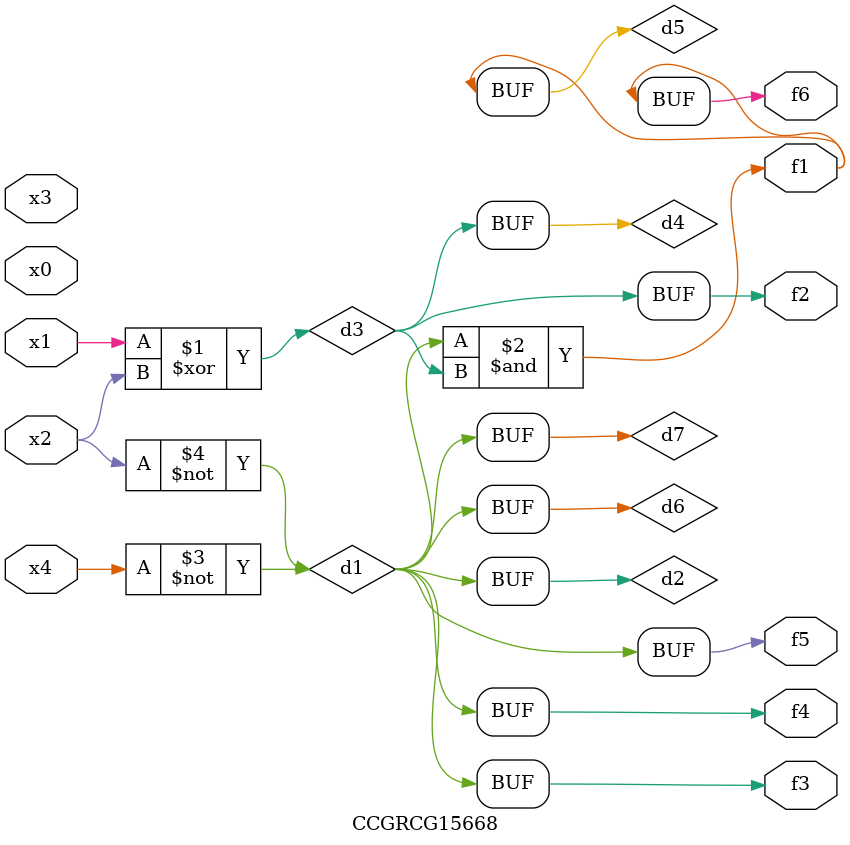
<source format=v>
module CCGRCG15668(
	input x0, x1, x2, x3, x4,
	output f1, f2, f3, f4, f5, f6
);

	wire d1, d2, d3, d4, d5, d6, d7;

	not (d1, x4);
	not (d2, x2);
	xor (d3, x1, x2);
	buf (d4, d3);
	and (d5, d1, d3);
	buf (d6, d1, d2);
	buf (d7, d2);
	assign f1 = d5;
	assign f2 = d4;
	assign f3 = d7;
	assign f4 = d7;
	assign f5 = d7;
	assign f6 = d5;
endmodule

</source>
